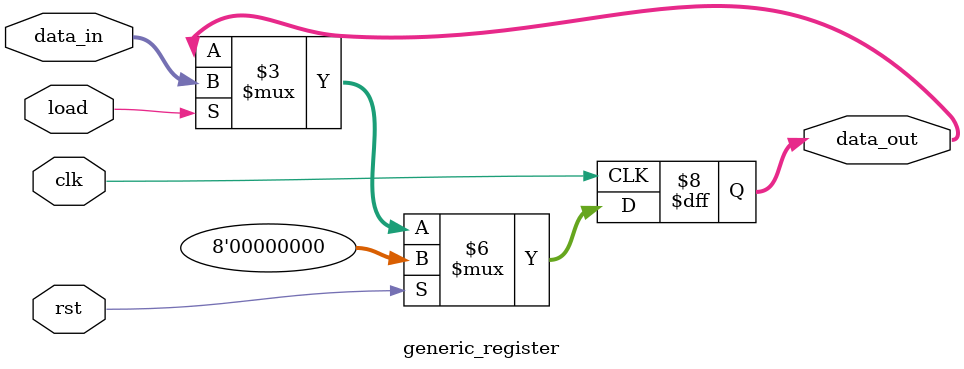
<source format=v>
module generic_register #(
    parameter data_width = 8
)
(
    input wire load, clk, rst ,
    input wire [data_width-1:0] data_in,
    output reg [data_width-1:0] data_out 
);

always@(posedge clk) begin
if(rst)
data_out <= 0;
else begin
    if(load)
    data_out <= data_in;
    else
    data_out <= data_out;
end
end
endmodule
</source>
